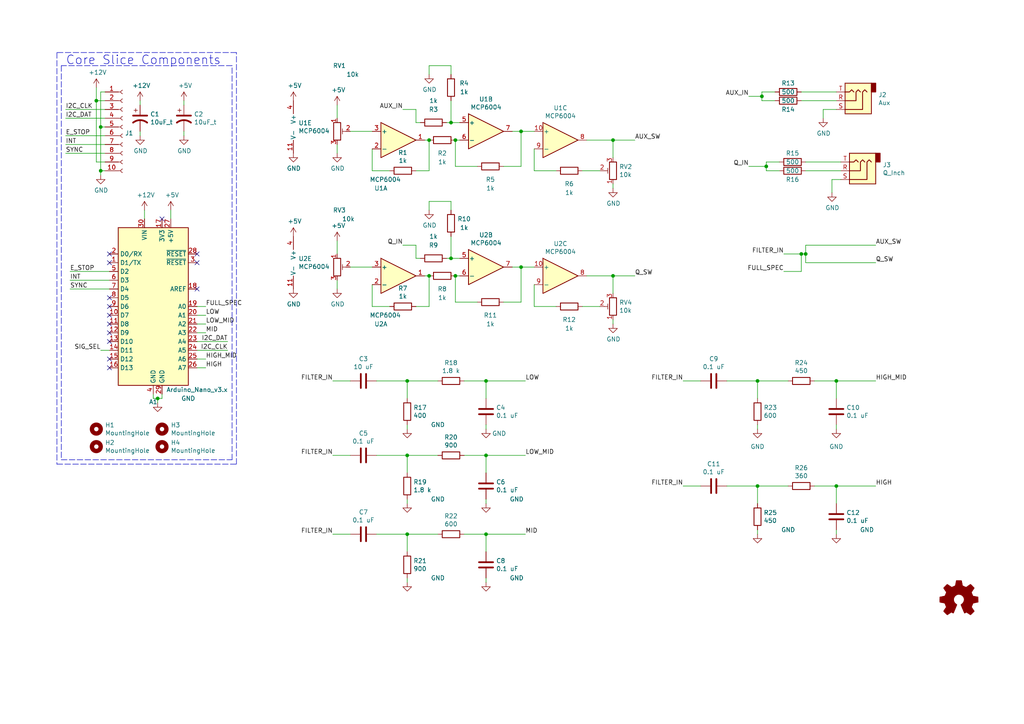
<source format=kicad_sch>
(kicad_sch (version 20231120) (generator "eeschema") (generator_version "8.0")
  (paper "A4")
  (lib_symbols
    (symbol "Amplifier_Operational:MCP6004" (pin_names (offset 0.127))
      (property "Reference" "U" (at 0 5.08 0))
      (property "Value" "MCP6004" (at 0 -5.08 0))
      (symbol "MCP6004_1_1"
        (polyline (pts (xy -5.08 5.08) (xy 5.08 0) (xy -5.08 -5.08) (xy -5.08 5.08)) (stroke (width 0.254)) (fill (type background)))
        (pin output line (at 7.62 0 180) (length 2.54) (name "~") (number "1"))
        (pin input line (at -7.62 -2.54 0) (length 2.54) (name "-") (number "2"))
        (pin input line (at -7.62 2.54 0) (length 2.54) (name "+") (number "3"))
      )
      (symbol "MCP6004_2_1"
        (polyline (pts (xy -5.08 5.08) (xy 5.08 0) (xy -5.08 -5.08) (xy -5.08 5.08)) (stroke (width 0.254)) (fill (type background)))
        (pin input line (at -7.62 2.54 0) (length 2.54) (name "+") (number "5"))
        (pin input line (at -7.62 -2.54 0) (length 2.54) (name "-") (number "6"))
        (pin output line (at 7.62 0 180) (length 2.54) (name "~") (number "7"))
      )
      (symbol "MCP6004_3_1"
        (polyline (pts (xy -5.08 5.08) (xy 5.08 0) (xy -5.08 -5.08) (xy -5.08 5.08)) (stroke (width 0.254)) (fill (type background)))
        (pin input line (at -7.62 2.54 0) (length 2.54) (name "+") (number "10"))
        (pin output line (at 7.62 0 180) (length 2.54) (name "~") (number "8"))
        (pin input line (at -7.62 -2.54 0) (length 2.54) (name "-") (number "9"))
      )
      (symbol "MCP6004_4_1"
        (polyline (pts (xy -5.08 5.08) (xy 5.08 0) (xy -5.08 -5.08) (xy -5.08 5.08)) (stroke (width 0.254)) (fill (type background)))
        (pin input line (at -7.62 2.54 0) (length 2.54) (name "+") (number "12"))
        (pin input line (at -7.62 -2.54 0) (length 2.54) (name "-") (number "13"))
        (pin output line (at 7.62 0 180) (length 2.54) (name "~") (number "14"))
      )
      (symbol "MCP6004_5_1"
        (pin power_in line (at -2.54 -7.62 90) (length 3.81) (name "V-") (number "11"))
        (pin power_in line (at -2.54 7.62 270) (length 3.81) (name "V+") (number "4"))
      )
    )
    (symbol "BREAD_Slice-rescue:10uF_t-OCI_UPL_2_Capacitors" (pin_numbers hide) (pin_names (offset 0.254) hide)
      (property "Reference" "C" (at 0.635 2.54 0))
      (property "Value" "10uF_t-OCI_UPL_2_Capacitors" (at 0.635 -2.54 0))
      (symbol "10uF_t-OCI_UPL_2_Capacitors_0_1"
        (polyline (pts (xy -2.032 0.762) (xy 2.032 0.762)) (stroke (width 0.508)))
        (polyline (pts (xy -1.778 2.286) (xy -0.762 2.286)))
        (polyline (pts (xy -1.27 1.778) (xy -1.27 2.794)))
        (arc (start 2.032 -1.27) (mid 0 -0.5572) (end -2.032 -1.27) (stroke (width 0.508)))
      )
      (symbol "10uF_t-OCI_UPL_2_Capacitors_1_1"
        (pin passive line (at 0 3.81 270) (length 2.794) (name "~") (number "1"))
        (pin passive line (at 0 -3.81 90) (length 3.302) (name "~") (number "2"))
      )
    )
    (symbol "BREAD_Slice-rescue:R_POT_TRIM-Device" (pin_names (offset 1.016) hide)
      (property "Reference" "RV" (at -4.445 0 90))
      (property "Value" "R_POT_TRIM-Device" (at -2.54 0 90))
      (symbol "R_POT_TRIM-Device_0_1"
        (polyline (pts (xy 1.524 0.762) (xy 1.524 -0.762)))
        (polyline (pts (xy 2.54 0) (xy 1.524 0)))
        (rectangle (start 1.016 2.54) (end -1.016 -2.54) (stroke (width 0.254)))
      )
      (symbol "R_POT_TRIM-Device_1_1"
        (pin passive line (at 0 3.81 270) (length 1.27) (name "1") (number "1"))
        (pin passive line (at 3.81 0 180) (length 1.27) (name "2") (number "2"))
        (pin passive line (at 0 -3.81 90) (length 1.27) (name "3") (number "3"))
      )
    )
    (symbol "Connector:AudioJack3"
      (property "Reference" "J" (at 0 8.89 0))
      (property "Value" "AudioJack3" (at 0 6.35 0))
      (symbol "AudioJack3_0_1"
        (rectangle (start -5.08 -5.08) (end -6.35 -2.54) (stroke (width 0.254)) (fill (type outline)))
        (polyline (pts (xy 0 -2.54) (xy 0.635 -3.175) (xy 1.27 -2.54) (xy 2.54 -2.54)) (stroke (width 0.254)))
        (polyline (pts (xy -1.905 -2.54) (xy -1.27 -3.175) (xy -0.635 -2.54) (xy -0.635 0) (xy 2.54 0)) (stroke (width 0.254)))
        (polyline (pts (xy 2.54 2.54) (xy -2.54 2.54) (xy -2.54 -2.54) (xy -3.175 -3.175) (xy -3.81 -2.54)) (stroke (width 0.254)))
        (rectangle (start 2.54 3.81) (end -5.08 -5.08) (stroke (width 0.254)) (fill (type background)))
      )
      (symbol "AudioJack3_1_1"
        (pin passive line (at 5.08 0 180) (length 2.54) (name "~") (number "R"))
        (pin passive line (at 5.08 2.54 180) (length 2.54) (name "~") (number "S"))
        (pin passive line (at 5.08 -2.54 180) (length 2.54) (name "~") (number "T"))
      )
    )
    (symbol "Connector:Conn_01x10_Female" (pin_names (offset 1.016) hide)
      (property "Reference" "J" (at 0 12.7 0))
      (property "Value" "Conn_01x10_Female" (at 0 -15.24 0))
      (symbol "Conn_01x10_Female_1_1"
        (arc (start 0 -12.192) (mid -0.5058 -12.7) (end 0 -13.208) (stroke (width 0.1524)))
        (arc (start 0 -9.652) (mid -0.5058 -10.16) (end 0 -10.668) (stroke (width 0.1524)))
        (arc (start 0 -7.112) (mid -0.5058 -7.62) (end 0 -8.128) (stroke (width 0.1524)))
        (arc (start 0 -4.572) (mid -0.5058 -5.08) (end 0 -5.588) (stroke (width 0.1524)))
        (arc (start 0 -2.032) (mid -0.5058 -2.54) (end 0 -3.048) (stroke (width 0.1524)))
        (polyline (pts (xy -1.27 -12.7) (xy -0.508 -12.7)) (stroke (width 0.1524)))
        (polyline (pts (xy -1.27 -10.16) (xy -0.508 -10.16)) (stroke (width 0.1524)))
        (polyline (pts (xy -1.27 -7.62) (xy -0.508 -7.62)) (stroke (width 0.1524)))
        (polyline (pts (xy -1.27 -5.08) (xy -0.508 -5.08)) (stroke (width 0.1524)))
        (polyline (pts (xy -1.27 -2.54) (xy -0.508 -2.54)) (stroke (width 0.1524)))
        (polyline (pts (xy -1.27 0) (xy -0.508 0)) (stroke (width 0.1524)))
        (polyline (pts (xy -1.27 2.54) (xy -0.508 2.54)) (stroke (width 0.1524)))
        (polyline (pts (xy -1.27 5.08) (xy -0.508 5.08)) (stroke (width 0.1524)))
        (polyline (pts (xy -1.27 7.62) (xy -0.508 7.62)) (stroke (width 0.1524)))
        (polyline (pts (xy -1.27 10.16) (xy -0.508 10.16)) (stroke (width 0.1524)))
        (arc (start 0 0.508) (mid -0.5058 0) (end 0 -0.508) (stroke (width 0.1524)))
        (arc (start 0 3.048) (mid -0.5058 2.54) (end 0 2.032) (stroke (width 0.1524)))
        (arc (start 0 5.588) (mid -0.5058 5.08) (end 0 4.572) (stroke (width 0.1524)))
        (arc (start 0 8.128) (mid -0.5058 7.62) (end 0 7.112) (stroke (width 0.1524)))
        (arc (start 0 10.668) (mid -0.5058 10.16) (end 0 9.652) (stroke (width 0.1524)))
        (pin passive line (at -5.08 10.16 0) (length 3.81) (name "Pin_1") (number "1"))
        (pin passive line (at -5.08 -12.7 0) (length 3.81) (name "Pin_10") (number "10"))
        (pin passive line (at -5.08 7.62 0) (length 3.81) (name "Pin_2") (number "2"))
        (pin passive line (at -5.08 5.08 0) (length 3.81) (name "Pin_3") (number "3"))
        (pin passive line (at -5.08 2.54 0) (length 3.81) (name "Pin_4") (number "4"))
        (pin passive line (at -5.08 0 0) (length 3.81) (name "Pin_5") (number "5"))
        (pin passive line (at -5.08 -2.54 0) (length 3.81) (name "Pin_6") (number "6"))
        (pin passive line (at -5.08 -5.08 0) (length 3.81) (name "Pin_7") (number "7"))
        (pin passive line (at -5.08 -7.62 0) (length 3.81) (name "Pin_8") (number "8"))
        (pin passive line (at -5.08 -10.16 0) (length 3.81) (name "Pin_9") (number "9"))
      )
    )
    (symbol "Device:C" (pin_numbers hide) (pin_names (offset 0.254))
      (property "Reference" "C" (at 0.635 2.54 0))
      (property "Value" "C" (at 0.635 -2.54 0))
      (symbol "C_0_1"
        (polyline (pts (xy -2.032 -0.762) (xy 2.032 -0.762)) (stroke (width 0.508)))
        (polyline (pts (xy -2.032 0.762) (xy 2.032 0.762)) (stroke (width 0.508)))
      )
      (symbol "C_1_1"
        (pin passive line (at 0 3.81 270) (length 2.794) (name "~") (number "1"))
        (pin passive line (at 0 -3.81 90) (length 2.794) (name "~") (number "2"))
      )
    )
    (symbol "Device:R" (pin_numbers hide) (pin_names (offset 0))
      (property "Reference" "R" (at 2.032 0 90))
      (property "Value" "R" (at 0 0 90))
      (symbol "R_0_1"
        (rectangle (start -1.016 -2.54) (end 1.016 2.54) (stroke (width 0.254)))
      )
      (symbol "R_1_1"
        (pin passive line (at 0 3.81 270) (length 1.27) (name "~") (number "1"))
        (pin passive line (at 0 -3.81 90) (length 1.27) (name "~") (number "2"))
      )
    )
    (symbol "Graphic:Logo_Open_Hardware_Small" (pin_names (offset 1.016))
      (symbol "Logo_Open_Hardware_Small_0_1"
        (polyline (pts (xy 3.3528 -4.3434) (xy 3.302 -4.318) (xy 3.175 -4.2418) (xy 2.9972 -4.1148) (xy 2.7686 -3.9624) (xy 2.54 -3.81) (xy 2.3622 -3.7084) (xy 2.2352 -3.6068) (xy 2.1844 -3.5814) (xy 2.159 -3.6068) (xy 2.0574 -3.6576) (xy 1.905 -3.7338) (xy 1.8034 -3.7846) (xy 1.6764 -3.8354) (xy 1.6002 -3.8354) (xy 1.6002 -3.8354) (xy 1.5494 -3.7338) (xy 1.4732 -3.5306) (xy 1.3462 -3.302) (xy 1.2446 -3.0226) (xy 1.1176 -2.7178) (xy 0.9652 -2.413) (xy 0.8636 -2.1082) (xy 0.7366 -1.8288) (xy 0.6604 -1.6256) (xy 0.6096 -1.4732) (xy 0.5842 -1.397) (xy 0.5842 -1.397) (xy 0.6604 -1.3208) (xy 0.7874 -1.2446) (xy 1.0414 -1.016) (xy 1.2954 -0.6858) (xy 1.4478 -0.3302) (xy 1.524 0.0762) (xy 1.4732 0.4572) (xy 1.3208 0.8128) (xy 1.0668 1.143) (xy 0.762 1.3716) (xy 0.4064 1.524) (xy 0 1.5748) (xy -0.381 1.5494) (xy -0.7366 1.397) (xy -1.0668 1.143) (xy -1.2192 0.9906) (xy -1.397 0.6604) (xy -1.524 0.3048) (xy -1.524 0.2286) (xy -1.4986 -0.1778) (xy -1.397 -0.5334) (xy -1.1938 -0.8636) (xy -0.9144 -1.143) (xy -0.8636 -1.1684) (xy -0.7366 -1.27) (xy -0.635 -1.3462) (xy -0.5842 -1.397) (xy -1.0668 -2.5908) (xy -1.143 -2.794) (xy -1.2954 -3.1242) (xy -1.397 -3.4036) (xy -1.4986 -3.6322) (xy -1.5748 -3.7846) (xy -1.6002 -3.8354) (xy -1.6002 -3.8354) (xy -1.651 -3.8354) (xy -1.7272 -3.81) (xy -1.905 -3.7338) (xy -2.0066 -3.683) (xy -2.1336 -3.6068) (xy -2.2098 -3.5814) (xy -2.2606 -3.6068) (xy -2.3622 -3.683) (xy -2.54 -3.81) (xy -2.7686 -3.9624) (xy -2.9718 -4.0894) (xy -3.1496 -4.2164) (xy -3.302 -4.318) (xy -3.3528 -4.3434) (xy -3.3782 -4.3434) (xy -3.429 -4.318) (xy -3.5306 -4.2164) (xy -3.7084 -4.064) (xy -3.937 -3.8354) (xy -3.9624 -3.81) (xy -4.1656 -3.6068) (xy -4.318 -3.4544) (xy -4.4196 -3.3274) (xy -4.445 -3.2766) (xy -4.445 -3.2766) (xy -4.4196 -3.2258) (xy -4.318 -3.0734) (xy -4.2164 -2.8956) (xy -4.064 -2.667) (xy -3.6576 -2.0828) (xy -3.8862 -1.5494) (xy -3.937 -1.3716) (xy -4.0386 -1.1684) (xy -4.0894 -1.0414) (xy -4.1148 -0.9652) (xy -4.191 -0.9398) (xy -4.318 -0.9144) (xy -4.5466 -0.8636) (xy -4.8006 -0.8128) (xy -5.0546 -0.7874) (xy -5.2578 -0.7366) (xy -5.4356 -0.7112) (xy -5.5118 -0.6858) (xy -5.5118 -0.6858) (xy -5.5372 -0.635) (xy -5.5372 -0.5588) (xy -5.5372 -0.4318) (xy -5.5626 -0.2286) (xy -5.5626 0.0762) (xy -5.5626 0.127) (xy -5.5372 0.4064) (xy -5.5372 0.635) (xy -5.5372 0.762) (xy -5.5372 0.8382) (xy -5.5372 0.8382) (xy -5.461 0.8382) (xy -5.3086 0.889) (xy -5.08 0.9144) (xy -4.826 0.9652) (xy -4.8006 0.9906) (xy -4.5466 1.0414) (xy -4.318 1.0668) (xy -4.1656 1.1176) (xy -4.0894 1.143) (xy -4.0894 1.143) (xy -4.0386 1.2446) (xy -3.9624 1.4224) (xy -3.8608 1.6256) (xy -3.7846 1.8288) (xy -3.7084 2.0066) (xy -3.6576 2.159) (xy -3.6322 2.2098) (xy -3.6322 2.2098) (xy -3.683 2.286) (xy -3.7592 2.413) (xy -3.8862 2.5908) (xy -4.064 2.8194) (xy -4.064 2.8448) (xy -4.2164 3.0734) (xy -4.3434 3.2512) (xy -4.4196 3.3782) (xy -4.445 3.4544) (xy -4.445 3.4544) (xy -4.3942 3.5052) (xy -4.2926 3.6322) (xy -4.1148 3.81) (xy -3.937 4.0132) (xy -3.8608 4.064) (xy -3.6576 4.2926) (xy -3.5052 4.4196) (xy -3.4036 4.4958) (xy -3.3528 4.5212) (xy -3.3528 4.5212) (xy -3.302 4.4704) (xy -3.1496 4.3688) (xy -2.9718 4.2418) (xy -2.7432 4.0894) (xy -2.7178 4.0894) (xy -2.4892 3.937) (xy -2.3114 3.81) (xy -2.1844 3.7084) (xy -2.1336 3.683) (xy -2.1082 3.683) (xy -2.032 3.7084) (xy -1.8542 3.7592) (xy -1.6764 3.8354) (xy -1.4732 3.937) (xy -1.27 4.0132) (xy -1.143 4.064) (xy -1.0668 4.1148) (xy -1.0668 4.1148) (xy -1.0414 4.191) (xy -1.016 4.3434) (xy -0.9652 4.572) (xy -0.9144 4.8514) (xy -0.889 4.9022) (xy -0.8382 5.1562) (xy -0.8128 5.3848) (xy -0.7874 5.5372) (xy -0.762 5.588) (xy -0.7112 5.6134) (xy -0.5842 5.6134) (xy -0.4064 5.6134) (xy -0.1524 5.6134) (xy 0.0762 5.6134) (xy 0.3302 5.6134) (xy 0.5334 5.6134) (xy 0.6858 5.588) (xy 0.7366 5.588) (xy 0.7366 5.588) (xy 0.762 5.5118) (xy 0.8128 5.334) (xy 0.8382 5.1054) (xy 0.9144 4.826) (xy 0.9144 4.7752) (xy 0.9652 4.5212) (xy 1.016 4.2926) (xy 1.0414 4.1402) (xy 1.0668 4.0894) (xy 1.0668 4.0894) (xy 1.1938 4.0386) (xy 1.3716 3.9624) (xy 1.5748 3.8608) (xy 2.0828 3.6576) (xy 2.7178 4.0894) (xy 2.7686 4.1402) (xy 2.9972 4.2926) (xy 3.175 4.4196) (xy 3.302 4.4958) (xy 3.3782 4.5212) (xy 3.3782 4.5212) (xy 3.429 4.4704) (xy 3.556 4.3434) (xy 3.7338 4.191) (xy 3.9116 3.9878) (xy 4.064 3.8354) (xy 4.2418 3.6576) (xy 4.3434 3.556) (xy 4.4196 3.4798) (xy 4.4196 3.429) (xy 4.4196 3.4036) (xy 4.3942 3.3274) (xy 4.2926 3.2004) (xy 4.1656 2.9972) (xy 4.0132 2.794) (xy 3.8862 2.5908) (xy 3.7592 2.3876) (xy 3.6576 2.2352) (xy 3.6322 2.159) (xy 3.6322 2.1336) (xy 3.683 2.0066) (xy 3.7592 1.8288) (xy 3.8608 1.6002) (xy 4.064 1.1176) (xy 4.3942 1.0414) (xy 4.5974 1.016) (xy 4.8768 0.9652) (xy 5.1308 0.9144) (xy 5.5372 0.8382) (xy 5.5626 -0.6604) (xy 5.4864 -0.6858) (xy 5.4356 -0.6858) (xy 5.2832 -0.7366) (xy 5.0546 -0.762) (xy 4.8006 -0.8128) (xy 4.5974 -0.8636) (xy 4.3688 -0.9144) (xy 4.2164 -0.9398) (xy 4.1402 -0.9398) (xy 4.1148 -0.9652) (xy 4.064 -1.0668) (xy 3.9878 -1.2446) (xy 3.9116 -1.4478) (xy 3.81 -1.651) (xy 3.7338 -1.8542) (xy 3.683 -2.0066) (xy 3.6576 -2.0828) (xy 3.683 -2.1336) (xy 3.7846 -2.2606) (xy 3.8862 -2.4638) (xy 4.0386 -2.667) (xy 4.191 -2.8956) (xy 4.318 -3.0734) (xy 4.3942 -3.2004) (xy 4.445 -3.2766) (xy 4.4196 -3.3274) (xy 4.3434 -3.429) (xy 4.1656 -3.5814) (xy 3.937 -3.8354) (xy 3.8862 -3.8608) (xy 3.683 -4.064) (xy 3.5306 -4.2164) (xy 3.4036 -4.318) (xy 3.3528 -4.3434)) (fill (type outline)))
      )
    )
    (symbol "MCU_Module:Arduino_Nano_v3.x"
      (property "Reference" "A" (at -10.16 23.495 0))
      (property "Value" "Arduino_Nano_v3.x" (at 5.08 -24.13 0))
      (symbol "Arduino_Nano_v3.x_0_1"
        (rectangle (start -10.16 22.86) (end 10.16 -22.86) (stroke (width 0.254)) (fill (type background)))
      )
      (symbol "Arduino_Nano_v3.x_1_1"
        (pin bidirectional line (at -12.7 12.7 0) (length 2.54) (name "D1/TX") (number "1"))
        (pin bidirectional line (at -12.7 -2.54 0) (length 2.54) (name "D7") (number "10"))
        (pin bidirectional line (at -12.7 -5.08 0) (length 2.54) (name "D8") (number "11"))
        (pin bidirectional line (at -12.7 -7.62 0) (length 2.54) (name "D9") (number "12"))
        (pin bidirectional line (at -12.7 -10.16 0) (length 2.54) (name "D10") (number "13"))
        (pin bidirectional line (at -12.7 -12.7 0) (length 2.54) (name "D11") (number "14"))
        (pin bidirectional line (at -12.7 -15.24 0) (length 2.54) (name "D12") (number "15"))
        (pin bidirectional line (at -12.7 -17.78 0) (length 2.54) (name "D13") (number "16"))
        (pin power_out line (at 2.54 25.4 270) (length 2.54) (name "3V3") (number "17"))
        (pin input line (at 12.7 5.08 180) (length 2.54) (name "AREF") (number "18"))
        (pin bidirectional line (at 12.7 0 180) (length 2.54) (name "A0") (number "19"))
        (pin bidirectional line (at -12.7 15.24 0) (length 2.54) (name "D0/RX") (number "2"))
        (pin bidirectional line (at 12.7 -2.54 180) (length 2.54) (name "A1") (number "20"))
        (pin bidirectional line (at 12.7 -5.08 180) (length 2.54) (name "A2") (number "21"))
        (pin bidirectional line (at 12.7 -7.62 180) (length 2.54) (name "A3") (number "22"))
        (pin bidirectional line (at 12.7 -10.16 180) (length 2.54) (name "A4") (number "23"))
        (pin bidirectional line (at 12.7 -12.7 180) (length 2.54) (name "A5") (number "24"))
        (pin bidirectional line (at 12.7 -15.24 180) (length 2.54) (name "A6") (number "25"))
        (pin bidirectional line (at 12.7 -17.78 180) (length 2.54) (name "A7") (number "26"))
        (pin power_out line (at 5.08 25.4 270) (length 2.54) (name "+5V") (number "27"))
        (pin input line (at 12.7 15.24 180) (length 2.54) (name "~{RESET}") (number "28"))
        (pin power_in line (at 2.54 -25.4 90) (length 2.54) (name "GND") (number "29"))
        (pin input line (at 12.7 12.7 180) (length 2.54) (name "~{RESET}") (number "3"))
        (pin power_in line (at -2.54 25.4 270) (length 2.54) (name "VIN") (number "30"))
        (pin power_in line (at 0 -25.4 90) (length 2.54) (name "GND") (number "4"))
        (pin bidirectional line (at -12.7 10.16 0) (length 2.54) (name "D2") (number "5"))
        (pin bidirectional line (at -12.7 7.62 0) (length 2.54) (name "D3") (number "6"))
        (pin bidirectional line (at -12.7 5.08 0) (length 2.54) (name "D4") (number "7"))
        (pin bidirectional line (at -12.7 2.54 0) (length 2.54) (name "D5") (number "8"))
        (pin bidirectional line (at -12.7 0 0) (length 2.54) (name "D6") (number "9"))
      )
    )
    (symbol "Mechanical:MountingHole" (pin_names (offset 1.016))
      (property "Reference" "H" (at 0 5.08 0))
      (property "Value" "MountingHole" (at 0 3.175 0))
      (symbol "MountingHole_0_1"
        (circle (center 0 0) (radius 1.27) (stroke (width 1.27)))
      )
    )
    (symbol "power:+12V" (power) (pin_names (offset 0))
      (property "Value" "+12V" (at 0 3.556 0))
      (symbol "+12V_0_1"
        (polyline (pts (xy -0.762 1.27) (xy 0 2.54)))
        (polyline (pts (xy 0 0) (xy 0 2.54)))
        (polyline (pts (xy 0 2.54) (xy 0.762 1.27)))
      )
      (symbol "+12V_1_1"
        (pin power_in line (at 0 0 90) (length 0) hide (name "+12V") (number "1"))
      )
    )
    (symbol "power:+5V" (power) (pin_names (offset 0))
      (property "Value" "+5V" (at 0 3.556 0))
      (symbol "+5V_0_1"
        (polyline (pts (xy -0.762 1.27) (xy 0 2.54)))
        (polyline (pts (xy 0 0) (xy 0 2.54)))
        (polyline (pts (xy 0 2.54) (xy 0.762 1.27)))
      )
      (symbol "+5V_1_1"
        (pin power_in line (at 0 0 90) (length 0) hide (name "+5V") (number "1"))
      )
    )
    (symbol "power:GND" (power) (pin_names (offset 0))
      (property "Value" "GND" (at 0 -3.81 0))
      (symbol "GND_0_1"
        (polyline (pts (xy 0 0) (xy 0 -1.27) (xy 1.27 -1.27) (xy 0 -2.54) (xy -1.27 -1.27) (xy 0 -1.27)))
      )
      (symbol "GND_1_1"
        (pin power_in line (at 0 0 270) (length 0) hide (name "GND") (number "1"))
      )
    )
  )
  (junction (at 132.08 40.64))
  (junction (at 118.11 154.94))
  (junction (at 132.08 80.01))
  (junction (at 242.57 110.49))
  (junction (at 140.97 110.49))
  (junction (at 151.13 77.47))
  (junction (at 140.97 154.94))
  (junction (at 177.8 80.01))
  (junction (at 130.81 74.93))
  (junction (at 220.98 27.94))
  (junction (at 140.97 132.08))
  (junction (at 29.21 36.83))
  (junction (at 118.11 110.49))
  (junction (at 232.41 73.66))
  (junction (at 124.46 80.01))
  (junction (at 29.21 49.53))
  (junction (at 45.72 115.57))
  (junction (at 233.68 73.66))
  (junction (at 222.25 48.26))
  (junction (at 130.81 35.56))
  (junction (at 151.13 38.1))
  (junction (at 219.71 140.97))
  (junction (at 118.11 132.08))
  (junction (at 242.57 140.97))
  (junction (at 27.94 29.21))
  (junction (at 219.71 110.49))
  (junction (at 124.46 40.64))
  (junction (at 177.8 40.64))
  (no_connect (at 31.75 91.44))
  (no_connect (at 57.15 73.66))
  (no_connect (at 31.75 88.9))
  (no_connect (at 31.75 93.98))
  (no_connect (at 31.75 86.36))
  (no_connect (at 57.15 83.82))
  (no_connect (at 31.75 76.2))
  (no_connect (at 31.75 104.14))
  (no_connect (at 46.99 63.5))
  (no_connect (at 31.75 99.06))
  (no_connect (at 31.75 96.52))
  (no_connect (at 57.15 76.2))
  (no_connect (at 31.75 73.66))
  (no_connect (at 31.75 106.68))
  (wire (pts (xy 44.45 114.3) (xy 44.45 115.57)))
  (wire (pts (xy 97.79 69.85) (xy 97.79 73.66)))
  (wire (pts (xy 109.22 110.49) (xy 118.11 110.49)))
  (wire (pts (xy 27.94 25.4) (xy 27.94 29.21)))
  (wire (pts (xy 132.08 48.26) (xy 138.43 48.26)))
  (polyline (pts (xy 68.58 15.24) (xy 16.51 15.24)) (stroke (width 0) (type dash)))
  (polyline (pts (xy 67.31 19.05) (xy 17.78 19.05)) (stroke (width 0) (type dash)))
  (wire (pts (xy 107.95 43.18) (xy 107.95 49.53)))
  (wire (pts (xy 120.65 31.75) (xy 116.84 31.75)))
  (wire (pts (xy 46.99 115.57) (xy 46.99 114.3)))
  (wire (pts (xy 30.48 39.37) (xy 19.05 39.37)))
  (wire (pts (xy 45.72 115.57) (xy 46.99 115.57)))
  (wire (pts (xy 170.18 80.01) (xy 177.8 80.01)))
  (wire (pts (xy 132.08 80.01) (xy 132.08 87.63)))
  (wire (pts (xy 129.54 35.56) (xy 130.81 35.56)))
  (wire (pts (xy 30.48 36.83) (xy 29.21 36.83)))
  (wire (pts (xy 44.45 115.57) (xy 45.72 115.57)))
  (wire (pts (xy 238.76 31.75) (xy 238.76 34.29)))
  (wire (pts (xy 130.81 68.58) (xy 130.81 74.93)))
  (wire (pts (xy 118.11 160.02) (xy 118.11 154.94)))
  (wire (pts (xy 53.34 39.37) (xy 53.34 38.1)))
  (polyline (pts (xy 16.51 15.24) (xy 16.51 134.62)) (stroke (width 0) (type dash)))
  (wire (pts (xy 140.97 110.49) (xy 140.97 115.57)))
  (wire (pts (xy 219.71 124.46) (xy 219.71 123.19)))
  (wire (pts (xy 30.48 46.99) (xy 27.94 46.99)))
  (wire (pts (xy 151.13 48.26) (xy 151.13 38.1)))
  (wire (pts (xy 45.72 115.57) (xy 45.72 116.84)))
  (wire (pts (xy 220.98 26.67) (xy 220.98 27.94)))
  (polyline (pts (xy 67.31 133.35) (xy 67.31 19.05)) (stroke (width 0) (type dash)))
  (wire (pts (xy 118.11 146.05) (xy 118.11 144.78)))
  (wire (pts (xy 29.21 36.83) (xy 29.21 26.67)))
  (wire (pts (xy 130.81 60.96) (xy 130.81 58.42)))
  (wire (pts (xy 140.97 154.94) (xy 152.4 154.94)))
  (wire (pts (xy 242.57 140.97) (xy 254 140.97)))
  (wire (pts (xy 130.81 29.21) (xy 130.81 35.56)))
  (wire (pts (xy 124.46 80.01) (xy 123.19 80.01)))
  (wire (pts (xy 177.8 40.64) (xy 177.8 45.72)))
  (wire (pts (xy 20.32 83.82) (xy 31.75 83.82)))
  (wire (pts (xy 219.71 154.94) (xy 219.71 153.67)))
  (wire (pts (xy 198.12 140.97) (xy 203.2 140.97)))
  (wire (pts (xy 59.69 88.9) (xy 57.15 88.9)))
  (polyline (pts (xy 16.51 134.62) (xy 68.58 134.62)) (stroke (width 0) (type dash)))
  (wire (pts (xy 118.11 110.49) (xy 127 110.49)))
  (wire (pts (xy 198.12 110.49) (xy 203.2 110.49)))
  (wire (pts (xy 242.57 110.49) (xy 242.57 115.57)))
  (wire (pts (xy 109.22 154.94) (xy 118.11 154.94)))
  (wire (pts (xy 233.68 76.2) (xy 233.68 73.66)))
  (wire (pts (xy 66.04 99.06) (xy 57.15 99.06)))
  (wire (pts (xy 107.95 82.55) (xy 107.95 88.9)))
  (wire (pts (xy 29.21 26.67) (xy 30.48 26.67)))
  (wire (pts (xy 241.3 52.07) (xy 241.3 55.88)))
  (wire (pts (xy 118.11 154.94) (xy 127 154.94)))
  (wire (pts (xy 29.21 50.8) (xy 29.21 49.53)))
  (wire (pts (xy 19.05 44.45) (xy 30.48 44.45)))
  (wire (pts (xy 236.22 140.97) (xy 242.57 140.97)))
  (wire (pts (xy 220.98 27.94) (xy 217.17 27.94)))
  (wire (pts (xy 101.6 38.1) (xy 107.95 38.1)))
  (wire (pts (xy 243.84 52.07) (xy 241.3 52.07)))
  (wire (pts (xy 154.94 43.18) (xy 154.94 49.53)))
  (wire (pts (xy 222.25 48.26) (xy 217.17 48.26)))
  (wire (pts (xy 177.8 53.34) (xy 177.8 54.61)))
  (wire (pts (xy 154.94 88.9) (xy 161.29 88.9)))
  (wire (pts (xy 40.64 39.37) (xy 40.64 38.1)))
  (wire (pts (xy 134.62 154.94) (xy 140.97 154.94)))
  (wire (pts (xy 148.59 77.47) (xy 151.13 77.47)))
  (wire (pts (xy 222.25 48.26) (xy 222.25 49.53)))
  (wire (pts (xy 109.22 132.08) (xy 118.11 132.08)))
  (wire (pts (xy 124.46 40.64) (xy 123.19 40.64)))
  (wire (pts (xy 59.69 96.52) (xy 57.15 96.52)))
  (wire (pts (xy 59.69 106.68) (xy 57.15 106.68)))
  (wire (pts (xy 31.75 78.74) (xy 20.32 78.74)))
  (wire (pts (xy 30.48 31.75) (xy 19.05 31.75)))
  (wire (pts (xy 29.21 49.53) (xy 29.21 36.83)))
  (wire (pts (xy 210.82 140.97) (xy 219.71 140.97)))
  (wire (pts (xy 140.97 110.49) (xy 152.4 110.49)))
  (wire (pts (xy 233.68 71.12) (xy 254 71.12)))
  (wire (pts (xy 27.94 29.21) (xy 30.48 29.21)))
  (wire (pts (xy 146.05 87.63) (xy 151.13 87.63)))
  (wire (pts (xy 222.25 49.53) (xy 226.06 49.53)))
  (wire (pts (xy 124.46 19.05) (xy 124.46 21.59)))
  (wire (pts (xy 236.22 110.49) (xy 242.57 110.49)))
  (wire (pts (xy 130.81 21.59) (xy 130.81 19.05)))
  (wire (pts (xy 140.97 154.94) (xy 140.97 160.02)))
  (wire (pts (xy 232.41 29.21) (xy 242.57 29.21)))
  (wire (pts (xy 233.68 71.12) (xy 233.68 73.66)))
  (wire (pts (xy 232.41 73.66) (xy 227.33 73.66)))
  (wire (pts (xy 170.18 40.64) (xy 177.8 40.64)))
  (wire (pts (xy 168.91 49.53) (xy 173.99 49.53)))
  (wire (pts (xy 124.46 88.9) (xy 124.46 80.01)))
  (wire (pts (xy 53.34 30.48) (xy 53.34 29.21)))
  (wire (pts (xy 222.25 46.99) (xy 222.25 48.26)))
  (wire (pts (xy 219.71 140.97) (xy 228.6 140.97)))
  (wire (pts (xy 140.97 146.05) (xy 140.97 144.78)))
  (wire (pts (xy 210.82 110.49) (xy 219.71 110.49)))
  (wire (pts (xy 140.97 132.08) (xy 140.97 137.16)))
  (wire (pts (xy 219.71 115.57) (xy 219.71 110.49)))
  (wire (pts (xy 97.79 30.48) (xy 97.79 34.29)))
  (wire (pts (xy 151.13 87.63) (xy 151.13 77.47)))
  (wire (pts (xy 107.95 49.53) (xy 113.03 49.53)))
  (wire (pts (xy 96.52 132.08) (xy 101.6 132.08)))
  (wire (pts (xy 242.57 26.67) (xy 232.41 26.67)))
  (wire (pts (xy 151.13 77.47) (xy 154.94 77.47)))
  (wire (pts (xy 242.57 31.75) (xy 238.76 31.75)))
  (wire (pts (xy 148.59 38.1) (xy 151.13 38.1)))
  (wire (pts (xy 19.05 34.29) (xy 30.48 34.29)))
  (wire (pts (xy 118.11 115.57) (xy 118.11 110.49)))
  (wire (pts (xy 120.65 88.9) (xy 124.46 88.9)))
  (wire (pts (xy 134.62 132.08) (xy 140.97 132.08)))
  (wire (pts (xy 129.54 74.93) (xy 130.81 74.93)))
  (wire (pts (xy 133.35 80.01) (xy 132.08 80.01)))
  (polyline (pts (xy 17.78 19.05) (xy 17.78 133.35)) (stroke (width 0) (type dash)))
  (wire (pts (xy 243.84 46.99) (xy 233.68 46.99)))
  (wire (pts (xy 118.11 137.16) (xy 118.11 132.08)))
  (wire (pts (xy 168.91 88.9) (xy 173.99 88.9)))
  (wire (pts (xy 97.79 41.91) (xy 97.79 44.45)))
  (wire (pts (xy 49.53 60.96) (xy 49.53 63.5)))
  (wire (pts (xy 101.6 77.47) (xy 107.95 77.47)))
  (polyline (pts (xy 68.58 134.62) (xy 68.58 15.24)) (stroke (width 0) (type dash)))
  (wire (pts (xy 177.8 40.64) (xy 184.15 40.64)))
  (wire (pts (xy 220.98 29.21) (xy 224.79 29.21)))
  (wire (pts (xy 226.06 46.99) (xy 222.25 46.99)))
  (wire (pts (xy 120.65 71.12) (xy 116.84 71.12)))
  (wire (pts (xy 242.57 154.94) (xy 242.57 153.67)))
  (wire (pts (xy 130.81 74.93) (xy 133.35 74.93)))
  (wire (pts (xy 57.15 101.6) (xy 66.04 101.6)))
  (wire (pts (xy 151.13 38.1) (xy 154.94 38.1)))
  (wire (pts (xy 19.05 41.91) (xy 30.48 41.91)))
  (wire (pts (xy 233.68 76.2) (xy 254 76.2)))
  (wire (pts (xy 97.79 81.28) (xy 97.79 83.82)))
  (wire (pts (xy 31.75 101.6) (xy 29.21 101.6)))
  (wire (pts (xy 30.48 49.53) (xy 29.21 49.53)))
  (wire (pts (xy 20.32 81.28) (xy 31.75 81.28)))
  (wire (pts (xy 130.81 35.56) (xy 133.35 35.56)))
  (wire (pts (xy 140.97 124.46) (xy 140.97 123.19)))
  (wire (pts (xy 177.8 80.01) (xy 177.8 85.09)))
  (wire (pts (xy 232.41 78.74) (xy 227.33 78.74)))
  (wire (pts (xy 121.92 74.93) (xy 120.65 74.93)))
  (wire (pts (xy 118.11 132.08) (xy 127 132.08)))
  (wire (pts (xy 96.52 154.94) (xy 101.6 154.94)))
  (wire (pts (xy 219.71 146.05) (xy 219.71 140.97)))
  (wire (pts (xy 27.94 46.99) (xy 27.94 29.21)))
  (wire (pts (xy 59.69 93.98) (xy 57.15 93.98)))
  (wire (pts (xy 120.65 35.56) (xy 120.65 31.75)))
  (wire (pts (xy 242.57 110.49) (xy 254 110.49)))
  (wire (pts (xy 233.68 73.66) (xy 232.41 73.66)))
  (wire (pts (xy 154.94 49.53) (xy 161.29 49.53)))
  (wire (pts (xy 96.52 110.49) (xy 101.6 110.49)))
  (wire (pts (xy 146.05 48.26) (xy 151.13 48.26)))
  (wire (pts (xy 118.11 168.91) (xy 118.11 167.64)))
  (wire (pts (xy 154.94 82.55) (xy 154.94 88.9)))
  (wire (pts (xy 242.57 124.46) (xy 242.57 123.19)))
  (wire (pts (xy 130.81 58.42) (xy 124.46 58.42)))
  (wire (pts (xy 140.97 132.08) (xy 152.4 132.08)))
  (wire (pts (xy 130.81 19.05) (xy 124.46 19.05)))
  (wire (pts (xy 132.08 40.64) (xy 132.08 48.26)))
  (wire (pts (xy 59.69 91.44) (xy 57.15 91.44)))
  (wire (pts (xy 41.91 60.96) (xy 41.91 63.5)))
  (wire (pts (xy 40.64 30.48) (xy 40.64 29.21)))
  (wire (pts (xy 120.65 49.53) (xy 124.46 49.53)))
  (wire (pts (xy 124.46 58.42) (xy 124.46 60.96)))
  (wire (pts (xy 124.46 49.53) (xy 124.46 40.64)))
  (wire (pts (xy 220.98 27.94) (xy 220.98 29.21)))
  (wire (pts (xy 232.41 73.66) (xy 232.41 78.74)))
  (wire (pts (xy 107.95 88.9) (xy 113.03 88.9)))
  (wire (pts (xy 121.92 35.56) (xy 120.65 35.56)))
  (wire (pts (xy 177.8 80.01) (xy 184.15 80.01)))
  (wire (pts (xy 134.62 110.49) (xy 140.97 110.49)))
  (wire (pts (xy 243.84 49.53) (xy 233.68 49.53)))
  (wire (pts (xy 118.11 124.46) (xy 118.11 123.19)))
  (wire (pts (xy 224.79 26.67) (xy 220.98 26.67)))
  (wire (pts (xy 59.69 104.14) (xy 57.15 104.14)))
  (wire (pts (xy 133.35 40.64) (xy 132.08 40.64)))
  (wire (pts (xy 177.8 92.71) (xy 177.8 93.98)))
  (wire (pts (xy 132.08 87.63) (xy 138.43 87.63)))
  (wire (pts (xy 140.97 168.91) (xy 140.97 167.64)))
  (wire (pts (xy 120.65 74.93) (xy 120.65 71.12)))
  (wire (pts (xy 219.71 110.49) (xy 228.6 110.49)))
  (wire (pts (xy 242.57 140.97) (xy 242.57 146.05)))
  (polyline (pts (xy 17.78 133.35) (xy 67.31 133.35)) (stroke (width 0) (type dash)))
  (text "Core Slice Components" (at 19.05 19.05 0) (effects (font (size 2.54 2.54)) (justify left bottom)))
  (label "E_STOP" (at 20.32 78.74 0))
  (label "HIGH_MID" (at 59.69 104.14 0))
  (label "INT" (at 20.32 81.28 0))
  (label "SIG_SEL" (at 29.21 101.6 180))
  (label "AUX_IN" (at 217.17 27.94 180))
  (label "HIGH" (at 59.69 106.68 0))
  (label "LOW" (at 59.69 91.44 0))
  (label "FILTER_IN" (at 198.12 110.49 180))
  (label "Q_IN" (at 217.17 48.26 180))
  (label "LOW_MID" (at 152.4 132.08 0))
  (label "Q_SW" (at 254 76.2 0))
  (label "AUX_SW" (at 184.15 40.64 0))
  (label "I2C_CLK" (at 19.05 31.75 0))
  (label "I2C_CLK" (at 66.04 101.6 180))
  (label "HIGH" (at 254 140.97 0))
  (label "FULL_SPEC" (at 227.33 78.74 180))
  (label "SYNC" (at 19.05 44.45 0))
  (label "FILTER_IN" (at 96.52 132.08 180))
  (label "LOW_MID" (at 59.69 93.98 0))
  (label "FILTER_IN" (at 198.12 140.97 180))
  (label "MID" (at 59.69 96.52 0))
  (label "E_STOP" (at 19.05 39.37 0))
  (label "AUX_IN" (at 116.84 31.75 180))
  (label "LOW" (at 152.4 110.49 0))
  (label "Q_IN" (at 116.84 71.12 180))
  (label "INT" (at 19.05 41.91 0))
  (label "HIGH_MID" (at 254 110.49 0))
  (label "FILTER_IN" (at 96.52 110.49 180))
  (label "FILTER_IN" (at 227.33 73.66 180))
  (label "SYNC" (at 20.32 83.82 0))
  (label "Q_SW" (at 184.15 80.01 0))
  (label "MID" (at 152.4 154.94 0))
  (label "FILTER_IN" (at 96.52 154.94 180))
  (label "FULL_SPEC" (at 59.69 88.9 0))
  (label "I2C_DAT" (at 66.04 99.06 180))
  (label "I2C_DAT" (at 19.05 34.29 0))
  (label "AUX_SW" (at 254 71.12 0))
  (symbol (lib_id "power:GND") (at 45.72 116.84 0) (unit 1)
    (property "Reference" "#PWR06" (effects (hide yes)))
    (property "Value" "GND" (at 54.61 115.57 0))
  )
  (symbol (lib_id "power:+5V") (at 49.53 60.96 0) (unit 1)
    (property "Reference" "#PWR07" (effects (hide yes)))
    (property "Value" "+5V" (at 49.911 56.5658 0))
  )
  (symbol (lib_id "power:+12V") (at 41.91 60.96 0) (unit 1)
    (property "Reference" "#PWR05" (effects (hide yes)))
    (property "Value" "+12V" (at 42.291 56.5658 0))
  )
  (symbol (lib_id "BREAD_Slice-rescue:10uF_t-OCI_UPL_2_Capacitors") (at 40.64 34.29 0) (unit 1)
    (property "Reference" "C1" (at 43.561 33.1216 0) (effects (justify left)))
    (property "Value" "10uF_t" (at 43.561 35.433 0) (effects (justify left)))
    (property "Footprint" "OCI_UPL_FOOTPRINTS:C_2312" (effects (hide yes)))
    (property "Datasheet" "https://www.digikey.com/short/qcd8n7" (effects (hide yes)))
    (property "Part #" "T491C106K025AT" (effects (hide yes)))
    (property "UPL #" "2.021" (effects (hide yes)))
  )
  (symbol (lib_id "power:GND") (at 40.64 39.37 0) (unit 1)
    (property "Reference" "#PWR04" (effects (hide yes)))
    (property "Value" "GND" (at 40.767 43.7642 0))
  )
  (symbol (lib_id "Mechanical:MountingHole") (at 27.94 124.46 0) (unit 1)
    (property "Reference" "H1" (at 30.48 123.2916 0) (effects (justify left)))
    (property "Value" "MountingHole" (at 30.48 125.603 0) (effects (justify left)))
    (property "Footprint" "MountingHole:MountingHole_3.2mm_M3_DIN965_Pad" (effects (hide yes)))
  )
  (symbol (lib_id "Mechanical:MountingHole") (at 46.99 124.46 0) (unit 1)
    (property "Reference" "H3" (at 49.53 123.2916 0) (effects (justify left)))
    (property "Value" "MountingHole" (at 49.53 125.603 0) (effects (justify left)))
    (property "Footprint" "MountingHole:MountingHole_3.2mm_M3_DIN965_Pad" (effects (hide yes)))
  )
  (symbol (lib_id "Mechanical:MountingHole") (at 27.94 129.54 0) (unit 1)
    (property "Reference" "H2" (at 30.48 128.3716 0) (effects (justify left)))
    (property "Value" "MountingHole" (at 30.48 130.683 0) (effects (justify left)))
    (property "Footprint" "MountingHole:MountingHole_3.2mm_M3_DIN965_Pad" (effects (hide yes)))
  )
  (symbol (lib_id "Mechanical:MountingHole") (at 46.99 129.54 0) (unit 1)
    (property "Reference" "H4" (at 49.53 128.3716 0) (effects (justify left)))
    (property "Value" "MountingHole" (at 49.53 130.683 0) (effects (justify left)))
    (property "Footprint" "MountingHole:MountingHole_3.2mm_M3_DIN965_Pad" (effects (hide yes)))
  )
  (symbol (lib_id "MCU_Module:Arduino_Nano_v3.x") (at 44.45 88.9 0) (unit 1)
    (property "Reference" "A1" (at 44.45 116.5606 0))
    (property "Value" "Arduino_Nano_v3.x" (at 57.15 113.03 0))
    (property "Footprint" "Module:Arduino_Nano" (effects (hide yes)))
    (property "Datasheet" "http://www.mouser.com/pdfdocs/Gravitech_Arduino_Nano3_0.pdf" (effects (hide yes)))
  )
  (symbol (lib_id "Graphic:Logo_Open_Hardware_Small") (at 278.13 173.99 0) (unit 1)
    (property "Reference" "Logo1" (effects (hide yes)))
    (property "Value" "Logo_Open_Hardware_Small" (effects (hide yes)))
    (property "Footprint" "Symbol:OSHW-Symbol_6.7x6mm_SilkScreen" (effects (hide yes)))
  )
  (symbol (lib_id "Connector:Conn_01x10_Female") (at 35.56 36.83 0) (unit 1)
    (property "Reference" "J1" (at 36.2712 38.608 0) (effects (justify left)))
    (property "Value" "Conn_01x10_Female" (effects (hide yes)))
    (property "Footprint" "Connector_PinSocket_2.54mm:PinSocket_1x10_P2.54mm_Horizontal" (effects (hide yes)))
  )
  (symbol (lib_id "power:+12V") (at 27.94 25.4 0) (unit 1)
    (property "Reference" "#PWR01" (effects (hide yes)))
    (property "Value" "+12V" (at 28.321 21.0058 0))
  )
  (symbol (lib_id "power:GND") (at 29.21 50.8 0) (unit 1)
    (property "Reference" "#PWR02" (effects (hide yes)))
    (property "Value" "GND" (at 29.337 55.1942 0))
  )
  (symbol (lib_id "power:+12V") (at 40.64 29.21 0) (unit 1)
    (property "Reference" "#PWR03" (effects (hide yes)))
    (property "Value" "+12V" (at 41.021 24.8158 0))
  )
  (symbol (lib_id "BREAD_Slice-rescue:10uF_t-OCI_UPL_2_Capacitors") (at 53.34 34.29 0) (unit 1)
    (property "Reference" "C2" (at 56.261 33.1216 0) (effects (justify left)))
    (property "Value" "10uF_t" (at 56.261 35.433 0) (effects (justify left)))
    (property "Footprint" "OCI_UPL_FOOTPRINTS:C_2312" (effects (hide yes)))
    (property "Datasheet" "https://www.digikey.com/short/qcd8n7" (effects (hide yes)))
    (property "Part #" "T491C106K025AT" (effects (hide yes)))
    (property "UPL #" "2.021" (effects (hide yes)))
  )
  (symbol (lib_id "power:GND") (at 53.34 39.37 0) (unit 1)
    (property "Reference" "#PWR09" (effects (hide yes)))
    (property "Value" "GND" (at 53.467 43.7642 0))
  )
  (symbol (lib_id "power:+5V") (at 53.34 29.21 0) (unit 1)
    (property "Reference" "#PWR08" (effects (hide yes)))
    (property "Value" "+5V" (at 53.721 24.8158 0))
  )
  (symbol (lib_id "Connector:AudioJack3") (at 247.65 29.21 180) (unit 1)
    (property "Reference" "J2" (at 254.762 27.5082 0) (effects (justify right)))
    (property "Value" "Aux" (at 254.762 29.8196 0) (effects (justify right)))
    (property "Footprint" "Connector_Audio:Jack_3.5mm_CUI_SJ1-3533NG_Horizontal" (effects (hide yes)))
  )
  (symbol (lib_id "power:GND") (at 238.76 34.29 0) (unit 1)
    (property "Reference" "#PWR0101" (effects (hide yes)))
    (property "Value" "GND" (at 238.887 38.6842 0))
  )
  (symbol (lib_id "Connector:AudioJack3") (at 248.92 49.53 180) (unit 1)
    (property "Reference" "J3" (at 256.032 47.8282 0) (effects (justify right)))
    (property "Value" "Q_Inch" (at 256.032 50.1396 0) (effects (justify right)))
    (property "Footprint" "Connector_Audio:Jack_6.35mm_Neutrik_NMJ6HCD2_Horizontal" (effects (hide yes)))
  )
  (symbol (lib_id "power:GND") (at 241.3 55.88 0) (unit 1)
    (property "Reference" "#PWR0102" (effects (hide yes)))
    (property "Value" "GND" (at 241.427 60.2742 0))
  )
  (symbol (lib_id "Device:R") (at 228.6 26.67 270) (unit 1)
    (property "Reference" "R13" (at 228.6 24.13 90))
    (property "Value" "500" (at 228.6 29.21 90))
    (property "Footprint" "Resistor_SMD:R_1206_3216Metric_Pad1.30x1.75mm_HandSolder" (effects (hide yes)))
  )
  (symbol (lib_id "Device:R") (at 228.6 29.21 270) (unit 1)
    (property "Reference" "R14" (at 228.6 31.75 90))
    (property "Value" "500" (at 228.6 26.67 90))
    (property "Footprint" "Resistor_SMD:R_1206_3216Metric_Pad1.30x1.75mm_HandSolder" (effects (hide yes)))
  )
  (symbol (lib_id "Device:R") (at 229.87 46.99 270) (unit 1)
    (property "Reference" "R15" (at 229.87 44.45 90))
    (property "Value" "500" (at 229.87 46.99 90))
    (property "Footprint" "Resistor_SMD:R_1206_3216Metric_Pad1.30x1.75mm_HandSolder" (effects (hide yes)))
  )
  (symbol (lib_id "Device:R") (at 229.87 49.53 270) (unit 1)
    (property "Reference" "R16" (at 229.87 52.07 90))
    (property "Value" "500" (at 229.87 49.53 90))
    (property "Footprint" "Resistor_SMD:R_1206_3216Metric_Pad1.30x1.75mm_HandSolder" (effects (hide yes)))
  )
  (symbol (lib_id "Amplifier_Operational:MCP6004") (at 115.57 40.64 0) (unit 1)
    (property "Reference" "U1" (at 110.49 54.61 0))
    (property "Value" "MCP6004" (at 111.76 52.07 0))
    (property "Footprint" "Package_DIP:DIP-14_W7.62mm_Socket" (effects (hide yes)))
    (property "Datasheet" "http://ww1.microchip.com/downloads/en/DeviceDoc/21733j.pdf" (effects (hide yes)))
  )
  (symbol (lib_id "BREAD_Slice-rescue:R_POT_TRIM-Device") (at 97.79 38.1 0) (unit 1)
    (property "Reference" "RV1" (at 100.33 19.05 0) (effects (justify right)))
    (property "Value" "10k" (at 104.14 21.59 0) (effects (justify right)))
    (property "Footprint" "Potentiometer_THT:Potentiometer_Bourns_3266W_Vertical" (effects (hide yes)))
  )
  (symbol (lib_id "power:GND") (at 97.79 44.45 0) (unit 1)
    (property "Reference" "#PWR0103" (effects (hide yes)))
    (property "Value" "GND" (at 97.917 48.8442 0))
  )
  (symbol (lib_id "power:+5V") (at 97.79 30.48 0) (unit 1)
    (property "Reference" "#PWR0104" (effects (hide yes)))
    (property "Value" "+5V" (at 98.171 26.0858 0))
  )
  (symbol (lib_id "Device:R") (at 116.84 49.53 270) (unit 1)
    (property "Reference" "R1" (at 116.84 44.2722 90))
    (property "Value" "1k" (at 116.84 46.5836 90))
    (property "Footprint" "Resistor_SMD:R_1206_3216Metric_Pad1.30x1.75mm_HandSolder" (effects (hide yes)))
  )
  (symbol (lib_id "Device:R") (at 128.27 40.64 270) (unit 1)
    (property "Reference" "R2" (at 128.27 44.45 90))
    (property "Value" "1k" (at 128.27 46.99 90))
    (property "Footprint" "Resistor_SMD:R_1206_3216Metric_Pad1.30x1.75mm_HandSolder" (effects (hide yes)))
  )
  (symbol (lib_id "Device:R") (at 130.81 25.4 180) (unit 1)
    (property "Reference" "R4" (at 134.62 24.13 0))
    (property "Value" "1k" (at 134.62 26.67 0))
    (property "Footprint" "Resistor_SMD:R_1206_3216Metric_Pad1.30x1.75mm_HandSolder" (effects (hide yes)))
  )
  (symbol (lib_id "Device:R") (at 125.73 35.56 90) (unit 1)
    (property "Reference" "R3" (at 125.73 31.75 90))
    (property "Value" "1k" (at 125.73 29.21 90))
    (property "Footprint" "Resistor_SMD:R_1206_3216Metric_Pad1.30x1.75mm_HandSolder" (effects (hide yes)))
  )
  (symbol (lib_id "power:GND") (at 124.46 21.59 0) (unit 1)
    (property "Reference" "#PWR0105" (effects (hide yes)))
    (property "Value" "GND" (at 124.587 25.9842 0))
  )
  (symbol (lib_id "Device:R") (at 142.24 48.26 270) (unit 1)
    (property "Reference" "R5" (at 142.24 52.07 90))
    (property "Value" "1k" (at 142.24 54.61 90))
    (property "Footprint" "Resistor_SMD:R_1206_3216Metric_Pad1.30x1.75mm_HandSolder" (effects (hide yes)))
  )
  (symbol (lib_id "BREAD_Slice-rescue:R_POT_TRIM-Device") (at 177.8 49.53 180) (unit 1)
    (property "Reference" "RV2" (at 179.578 48.3616 0) (effects (justify right)))
    (property "Value" "10k" (at 179.578 50.673 0) (effects (justify right)))
    (property "Footprint" "Potentiometer_THT:Potentiometer_Bourns_3266W_Vertical" (effects (hide yes)))
  )
  (symbol (lib_id "Device:R") (at 165.1 49.53 270) (unit 1)
    (property "Reference" "R6" (at 165.1 53.34 90))
    (property "Value" "1k" (at 165.1 55.88 90))
    (property "Footprint" "Resistor_SMD:R_1206_3216Metric_Pad1.30x1.75mm_HandSolder" (effects (hide yes)))
  )
  (symbol (lib_id "power:GND") (at 177.8 54.61 0) (unit 1)
    (property "Reference" "#PWR0106" (effects (hide yes)))
    (property "Value" "GND" (at 177.927 59.0042 0))
  )
  (symbol (lib_id "BREAD_Slice-rescue:R_POT_TRIM-Device") (at 97.79 77.47 0) (unit 1)
    (property "Reference" "RV3" (at 100.33 60.96 0) (effects (justify right)))
    (property "Value" "10k" (at 102.87 63.5 0) (effects (justify right)))
    (property "Footprint" "Potentiometer_THT:Potentiometer_Bourns_3266W_Vertical" (effects (hide yes)))
  )
  (symbol (lib_id "power:GND") (at 97.79 83.82 0) (unit 1)
    (property "Reference" "#PWR0107" (effects (hide yes)))
    (property "Value" "GND" (at 97.917 88.2142 0))
  )
  (symbol (lib_id "power:+5V") (at 97.79 69.85 0) (unit 1)
    (property "Reference" "#PWR0108" (effects (hide yes)))
    (property "Value" "+5V" (at 98.171 65.4558 0))
  )
  (symbol (lib_id "Device:R") (at 116.84 88.9 270) (unit 1)
    (property "Reference" "R7" (at 116.84 83.6422 90))
    (property "Value" "1k" (at 116.84 85.9536 90))
    (property "Footprint" "Resistor_SMD:R_1206_3216Metric_Pad1.30x1.75mm_HandSolder" (effects (hide yes)))
  )
  (symbol (lib_id "Device:R") (at 128.27 80.01 270) (unit 1)
    (property "Reference" "R8" (at 128.27 83.82 90))
    (property "Value" "1k" (at 128.27 86.36 90))
    (property "Footprint" "Resistor_SMD:R_1206_3216Metric_Pad1.30x1.75mm_HandSolder" (effects (hide yes)))
  )
  (symbol (lib_id "Device:R") (at 130.81 64.77 180) (unit 1)
    (property "Reference" "R10" (at 134.62 63.5 0))
    (property "Value" "1k" (at 134.62 66.04 0))
    (property "Footprint" "Resistor_SMD:R_1206_3216Metric_Pad1.30x1.75mm_HandSolder" (effects (hide yes)))
  )
  (symbol (lib_id "Device:R") (at 125.73 74.93 90) (unit 1)
    (property "Reference" "R9" (at 125.73 71.12 90))
    (property "Value" "1k" (at 125.73 68.58 90))
    (property "Footprint" "Resistor_SMD:R_1206_3216Metric_Pad1.30x1.75mm_HandSolder" (effects (hide yes)))
  )
  (symbol (lib_id "Amplifier_Operational:MCP6004") (at 115.57 80.01 0) (unit 1)
    (property "Reference" "U2" (at 110.49 93.98 0))
    (property "Value" "MCP6004" (at 111.76 91.44 0))
    (property "Footprint" "Package_DIP:DIP-14_W7.62mm_Socket" (effects (hide yes)))
    (property "Datasheet" "http://ww1.microchip.com/downloads/en/DeviceDoc/21733j.pdf" (effects (hide yes)))
  )
  (symbol (lib_id "power:GND") (at 124.46 60.96 0) (unit 1)
    (property "Reference" "#PWR0109" (effects (hide yes)))
    (property "Value" "GND" (at 124.587 65.3542 0))
  )
  (symbol (lib_id "Device:R") (at 142.24 87.63 270) (unit 1)
    (property "Reference" "R11" (at 142.24 91.44 90))
    (property "Value" "1k" (at 142.24 93.98 90))
    (property "Footprint" "Resistor_SMD:R_1206_3216Metric_Pad1.30x1.75mm_HandSolder" (effects (hide yes)))
  )
  (symbol (lib_id "BREAD_Slice-rescue:R_POT_TRIM-Device") (at 177.8 88.9 180) (unit 1)
    (property "Reference" "RV4" (at 179.578 87.7316 0) (effects (justify right)))
    (property "Value" "10k" (at 179.578 90.043 0) (effects (justify right)))
    (property "Footprint" "Potentiometer_THT:Potentiometer_Bourns_3266W_Vertical" (effects (hide yes)))
  )
  (symbol (lib_id "Device:R") (at 165.1 88.9 270) (unit 1)
    (property "Reference" "R12" (at 165.1 92.71 90))
    (property "Value" "1k" (at 165.1 95.25 90))
    (property "Footprint" "Resistor_SMD:R_1206_3216Metric_Pad1.30x1.75mm_HandSolder" (effects (hide yes)))
  )
  (symbol (lib_id "power:GND") (at 177.8 93.98 0) (unit 1)
    (property "Reference" "#PWR0110" (effects (hide yes)))
    (property "Value" "GND" (at 177.927 98.3742 0))
  )
  (symbol (lib_id "Device:C") (at 140.97 119.38 180) (unit 1)
    (property "Reference" "C4" (at 143.891 118.2116 0) (effects (justify right)))
    (property "Value" "0.1 uF" (at 143.891 120.523 0) (effects (justify right)))
    (property "Footprint" "Capacitor_SMD:C_1206_3216Metric_Pad1.33x1.80mm_HandSolder" (effects (hide yes)))
  )
  (symbol (lib_id "Device:R") (at 130.81 110.49 270) (unit 1)
    (property "Reference" "R18" (at 130.81 105.2322 90))
    (property "Value" "1.8 k" (at 130.81 107.5436 90))
    (property "Footprint" "Resistor_SMD:R_1206_3216Metric_Pad1.30x1.75mm_HandSolder" (effects (hide yes)))
  )
  (symbol (lib_id "power:GND") (at 140.97 124.46 0) (unit 1)
    (property "Reference" "#PWR0111" (effects (hide yes)))
    (property "Value" "GND" (at 144.78 125.73 0))
  )
  (symbol (lib_id "Device:C") (at 105.41 132.08 270) (unit 1)
    (property "Reference" "C5" (at 105.41 125.6792 90))
    (property "Value" "0.1 uF" (at 105.41 127.9906 90))
    (property "Footprint" "Capacitor_SMD:C_1206_3216Metric_Pad1.33x1.80mm_HandSolder" (effects (hide yes)))
  )
  (symbol (lib_id "Device:C") (at 140.97 140.97 180) (unit 1)
    (property "Reference" "C6" (at 143.891 139.8016 0) (effects (justify right)))
    (property "Value" "0.1 uF" (at 143.891 142.113 0) (effects (justify right)))
    (property "Footprint" "Capacitor_SMD:C_1206_3216Metric_Pad1.33x1.80mm_HandSolder" (effects (hide yes)))
  )
  (symbol (lib_id "Device:R") (at 118.11 140.97 180) (unit 1)
    (property "Reference" "R19" (at 119.888 139.8016 0) (effects (justify right)))
    (property "Value" "1.8 k" (at 119.888 142.113 0) (effects (justify right)))
    (property "Footprint" "Resistor_SMD:R_1206_3216Metric_Pad1.30x1.75mm_HandSolder" (effects (hide yes)))
  )
  (symbol (lib_id "Device:R") (at 130.81 132.08 270) (unit 1)
    (property "Reference" "R20" (at 130.81 126.8222 90))
    (property "Value" "900" (at 130.81 129.1336 90))
    (property "Footprint" "Resistor_SMD:R_1206_3216Metric_Pad1.30x1.75mm_HandSolder" (effects (hide yes)))
  )
  (symbol (lib_id "power:GND") (at 118.11 146.05 0) (unit 1)
    (property "Reference" "#PWR0112" (effects (hide yes)))
    (property "Value" "GND" (at 127 144.78 0))
  )
  (symbol (lib_id "power:GND") (at 140.97 146.05 0) (unit 1)
    (property "Reference" "#PWR0113" (effects (hide yes)))
    (property "Value" "GND" (at 149.86 144.78 0))
  )
  (symbol (lib_id "Device:C") (at 105.41 154.94 270) (unit 1)
    (property "Reference" "C7" (at 105.41 148.5392 90))
    (property "Value" "0.1 uF" (at 105.41 150.8506 90))
    (property "Footprint" "Capacitor_SMD:C_1206_3216Metric_Pad1.33x1.80mm_HandSolder" (effects (hide yes)))
  )
  (symbol (lib_id "Device:C") (at 140.97 163.83 180) (unit 1)
    (property "Reference" "C8" (at 143.891 162.6616 0) (effects (justify right)))
    (property "Value" "0.1 uF" (at 143.891 164.973 0) (effects (justify right)))
    (property "Footprint" "Capacitor_SMD:C_1206_3216Metric_Pad1.33x1.80mm_HandSolder" (effects (hide yes)))
  )
  (symbol (lib_id "Device:R") (at 118.11 163.83 180) (unit 1)
    (property "Reference" "R21" (at 119.888 162.6616 0) (effects (justify right)))
    (property "Value" "900" (at 119.888 164.973 0) (effects (justify right)))
    (property "Footprint" "Resistor_SMD:R_1206_3216Metric_Pad1.30x1.75mm_HandSolder" (effects (hide yes)))
  )
  (symbol (lib_id "Device:R") (at 130.81 154.94 270) (unit 1)
    (property "Reference" "R22" (at 130.81 149.6822 90))
    (property "Value" "600" (at 130.81 151.9936 90))
    (property "Footprint" "Resistor_SMD:R_1206_3216Metric_Pad1.30x1.75mm_HandSolder" (effects (hide yes)))
  )
  (symbol (lib_id "power:GND") (at 118.11 168.91 0) (unit 1)
    (property "Reference" "#PWR0120" (effects (hide yes)))
    (property "Value" "GND" (at 127 167.64 0))
  )
  (symbol (lib_id "power:GND") (at 140.97 168.91 0) (unit 1)
    (property "Reference" "#PWR0119" (effects (hide yes)))
    (property "Value" "GND" (at 149.86 167.64 0))
  )
  (symbol (lib_id "Device:C") (at 207.01 110.49 270) (unit 1)
    (property "Reference" "C9" (at 207.01 104.0892 90))
    (property "Value" "0.1 uF" (at 207.01 106.4006 90))
    (property "Footprint" "Capacitor_SMD:C_1206_3216Metric_Pad1.33x1.80mm_HandSolder" (effects (hide yes)))
  )
  (symbol (lib_id "Device:C") (at 242.57 119.38 180) (unit 1)
    (property "Reference" "C10" (at 245.491 118.2116 0) (effects (justify right)))
    (property "Value" "0.1 uF" (at 245.491 120.523 0) (effects (justify right)))
    (property "Footprint" "Capacitor_SMD:C_1206_3216Metric_Pad1.33x1.80mm_HandSolder" (effects (hide yes)))
  )
  (symbol (lib_id "Device:R") (at 219.71 119.38 180) (unit 1)
    (property "Reference" "R23" (at 221.488 118.2116 0) (effects (justify right)))
    (property "Value" "600" (at 221.488 120.523 0) (effects (justify right)))
    (property "Footprint" "Resistor_SMD:R_1206_3216Metric_Pad1.30x1.75mm_HandSolder" (effects (hide yes)))
  )
  (symbol (lib_id "Device:R") (at 232.41 110.49 270) (unit 1)
    (property "Reference" "R24" (at 232.41 105.2322 90))
    (property "Value" "450" (at 232.41 107.5436 90))
    (property "Footprint" "Resistor_SMD:R_1206_3216Metric_Pad1.30x1.75mm_HandSolder" (effects (hide yes)))
  )
  (symbol (lib_id "power:GND") (at 219.71 124.46 0) (unit 1)
    (property "Reference" "#PWR0118" (effects (hide yes)))
    (property "Value" "GND" (at 219.71 129.54 0))
  )
  (symbol (lib_id "power:GND") (at 242.57 124.46 0) (unit 1)
    (property "Reference" "#PWR0117" (effects (hide yes)))
    (property "Value" "GND" (at 242.57 129.54 0))
  )
  (symbol (lib_id "Device:C") (at 207.01 140.97 270) (unit 1)
    (property "Reference" "C11" (at 207.01 134.5692 90))
    (property "Value" "0.1 uF" (at 207.01 136.8806 90))
    (property "Footprint" "Capacitor_SMD:C_1206_3216Metric_Pad1.33x1.80mm_HandSolder" (effects (hide yes)))
  )
  (symbol (lib_id "Device:C") (at 242.57 149.86 180) (unit 1)
    (property "Reference" "C12" (at 245.491 148.6916 0) (effects (justify right)))
    (property "Value" "0.1 uF" (at 245.491 151.003 0) (effects (justify right)))
    (property "Footprint" "Capacitor_SMD:C_1206_3216Metric_Pad1.33x1.80mm_HandSolder" (effects (hide yes)))
  )
  (symbol (lib_id "Device:R") (at 219.71 149.86 180) (unit 1)
    (property "Reference" "R25" (at 221.488 148.6916 0) (effects (justify right)))
    (property "Value" "450" (at 221.488 151.003 0) (effects (justify right)))
    (property "Footprint" "Resistor_SMD:R_1206_3216Metric_Pad1.30x1.75mm_HandSolder" (effects (hide yes)))
  )
  (symbol (lib_id "Device:R") (at 232.41 140.97 270) (unit 1)
    (property "Reference" "R26" (at 232.41 135.7122 90))
    (property "Value" "360" (at 232.41 138.0236 90))
    (property "Footprint" "Resistor_SMD:R_1206_3216Metric_Pad1.30x1.75mm_HandSolder" (effects (hide yes)))
  )
  (symbol (lib_id "power:GND") (at 219.71 154.94 0) (unit 1)
    (property "Reference" "#PWR0114" (effects (hide yes)))
    (property "Value" "GND" (at 228.6 153.67 0))
  )
  (symbol (lib_id "power:GND") (at 242.57 154.94 0) (unit 1)
    (property "Reference" "#PWR0115" (effects (hide yes)))
    (property "Value" "GND" (at 251.46 153.67 0))
  )
  (symbol (lib_id "Device:C") (at 105.41 110.49 270) (unit 1)
    (property "Reference" "C3" (at 105.41 104.0892 90))
    (property "Value" "10 uF" (at 105.41 106.4006 90))
    (property "Footprint" "Capacitor_SMD:C_1206_3216Metric_Pad1.33x1.80mm_HandSolder" (effects (hide yes)))
  )
  (symbol (lib_id "Device:R") (at 118.11 119.38 180) (unit 1)
    (property "Reference" "R17" (at 119.888 118.2116 0) (effects (justify right)))
    (property "Value" "400" (at 119.888 120.523 0) (effects (justify right)))
    (property "Footprint" "Resistor_SMD:R_1206_3216Metric_Pad1.30x1.75mm_HandSolder" (effects (hide yes)))
  )
  (symbol (lib_id "power:GND") (at 118.11 124.46 0) (unit 1)
    (property "Reference" "#PWR0116" (effects (hide yes)))
    (property "Value" "GND" (at 127 123.19 0))
  )
  (symbol (lib_id "Amplifier_Operational:MCP6004") (at 87.63 36.83 0) (unit 5)
    (property "Reference" "U1" (at 86.5632 35.6616 0) (effects (justify left)))
    (property "Value" "MCP6004" (at 86.5632 37.973 0) (effects (justify left)))
    (property "Footprint" "Package_DIP:DIP-14_W7.62mm_Socket" (effects (hide yes)))
    (property "Datasheet" "http://ww1.microchip.com/downloads/en/DeviceDoc/21733j.pdf" (effects (hide yes)))
  )
  (symbol (lib_id "Amplifier_Operational:MCP6004") (at 87.63 76.2 0) (unit 5)
    (property "Reference" "U2" (at 86.5632 75.0316 0) (effects (justify left)))
    (property "Value" "MCP6004" (at 86.5632 77.343 0) (effects (justify left)))
    (property "Footprint" "Package_DIP:DIP-14_W7.62mm_Socket" (effects (hide yes)))
    (property "Datasheet" "http://ww1.microchip.com/downloads/en/DeviceDoc/21733j.pdf" (effects (hide yes)))
  )
  (symbol (lib_id "Amplifier_Operational:MCP6004") (at 140.97 38.1 0) (unit 2)
    (property "Reference" "U1" (at 140.97 28.7782 0))
    (property "Value" "MCP6004" (at 140.97 31.0896 0))
    (property "Footprint" "Package_DIP:DIP-14_W7.62mm_Socket" (effects (hide yes)))
    (property "Datasheet" "http://ww1.microchip.com/downloads/en/DeviceDoc/21733j.pdf" (effects (hide yes)))
  )
  (symbol (lib_id "Amplifier_Operational:MCP6004") (at 162.56 40.64 0) (unit 3)
    (property "Reference" "U1" (at 162.56 31.3182 0))
    (property "Value" "MCP6004" (at 162.56 33.6296 0))
    (property "Footprint" "Package_DIP:DIP-14_W7.62mm_Socket" (effects (hide yes)))
    (property "Datasheet" "http://ww1.microchip.com/downloads/en/DeviceDoc/21733j.pdf" (effects (hide yes)))
  )
  (symbol (lib_id "Amplifier_Operational:MCP6004") (at 140.97 77.47 0) (unit 2)
    (property "Reference" "U2" (at 140.97 68.1482 0))
    (property "Value" "MCP6004" (at 140.97 70.4596 0))
    (property "Footprint" "Package_DIP:DIP-14_W7.62mm_Socket" (effects (hide yes)))
    (property "Datasheet" "http://ww1.microchip.com/downloads/en/DeviceDoc/21733j.pdf" (effects (hide yes)))
  )
  (symbol (lib_id "Amplifier_Operational:MCP6004") (at 162.56 80.01 0) (unit 3)
    (property "Reference" "U2" (at 162.56 70.6882 0))
    (property "Value" "MCP6004" (at 162.56 72.9996 0))
    (property "Footprint" "Package_DIP:DIP-14_W7.62mm_Socket" (effects (hide yes)))
    (property "Datasheet" "http://ww1.microchip.com/downloads/en/DeviceDoc/21733j.pdf" (effects (hide yes)))
  )
  (symbol (lib_id "power:+5V") (at 85.09 29.21 0) (unit 1)
    (property "Reference" "#PWR0121" (effects (hide yes)))
    (property "Value" "+5V" (at 85.471 24.8158 0))
  )
  (symbol (lib_id "power:+5V") (at 85.09 68.58 0) (unit 1)
    (property "Reference" "#PWR0122" (effects (hide yes)))
    (property "Value" "+5V" (at 85.471 64.1858 0))
  )
  (symbol (lib_id "power:GND") (at 85.09 44.45 0) (unit 1)
    (property "Reference" "#PWR0123" (effects (hide yes)))
    (property "Value" "GND" (at 85.217 48.8442 0))
  )
  (symbol (lib_id "power:GND") (at 85.09 83.82 0) (unit 1)
    (property "Reference" "#PWR0124" (effects (hide yes)))
    (property "Value" "GND" (at 85.217 88.2142 0))
  )
)
</source>
